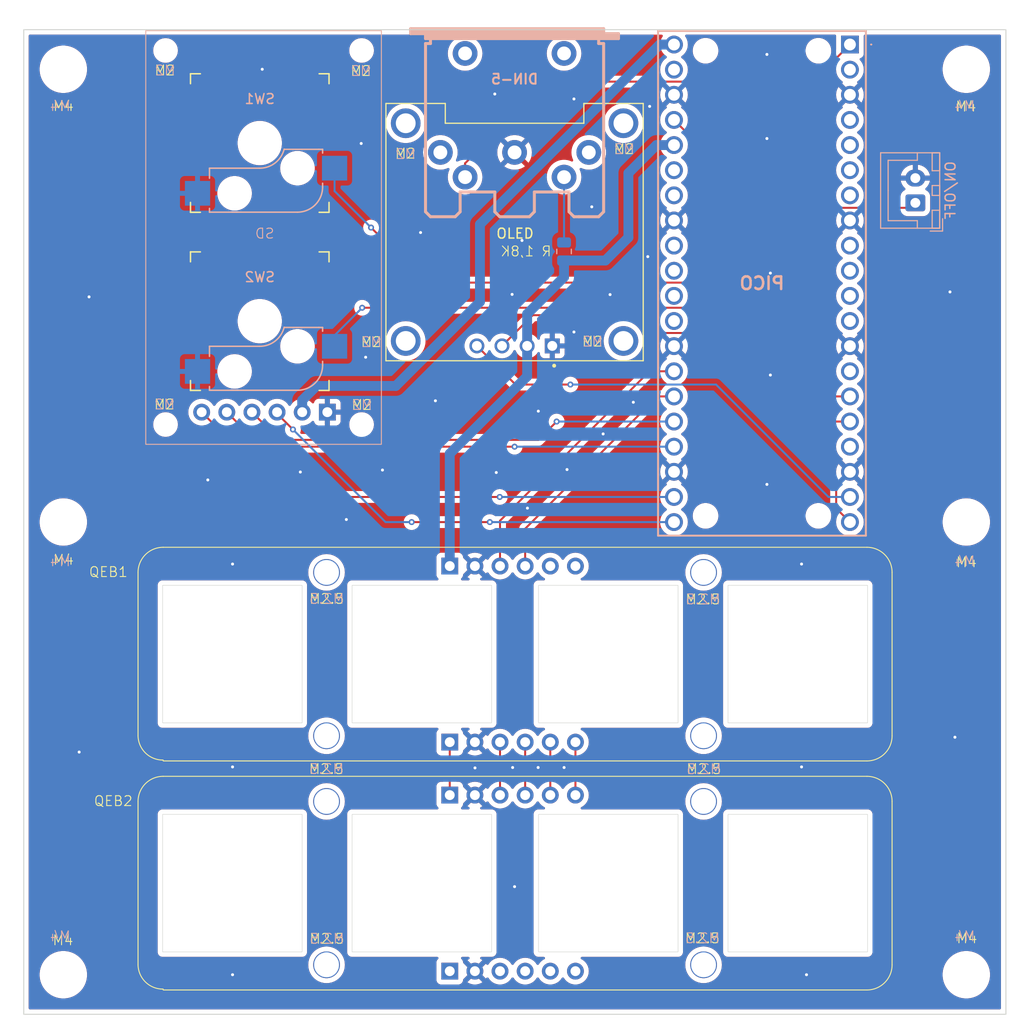
<source format=kicad_pcb>
(kicad_pcb (version 20240108) (generator "pcbnew") (generator_version "8.0")
  (layers (0 "F.Cu" signal) (31 "B.Cu" signal) (34 "B.Paste" user) (35 "F.Paste" user) (36 "B.SilkS" user "B.Silkscreen") (37 "F.SilkS" user "F.Silkscreen") (38 "B.Mask" user) (39 "F.Mask" user) (44 "Edge.Cuts" user))
  (net 0 "")
  (net 1 "GND")
  (net 2 "SCK_SD")
  (net 3 "MOSI_SD")
  (net 4 "MISO_SD")
  (net 5 "CS_SD")
  (net 6 "3.3V")
  (net 7 "SCL_OLED")
  (net 8 "SW_1")
  (net 9 "GP_PULLUP")
  (net 10 "SDA_OLED")
  (net 11 "5V")
  (net 12 "SW_2")
  (net 13 "Net-(J6-Pad4)")
  (net 14 "SDA_QEB")
  (net 15 "SCL_QEB")
  (net 16 "3.3_EN")
  (net 37 "Net-(QEB1-INT-Pad5a)")
  (net 38 "Net-(QEB1-i2c_SCK{slash}SCL-Pad3a)")
  (net 40 "Net-(QEB1-i2c_SDA-Pad4a)")
  (net 42 "Net-(QEB1-POWER-Pad1a)")
  (net 43 "Net-(QEB1-6-Pad6a)")
  (footprint "MountingHole:MountingHole_4.3mm_M4" (layer "F.Cu") (at 179.65 63)
    (property "Reference" "M2" (hide yes))
    (property "Value" "MountingHole" (hide yes))
    (pad "" np_thru_hole circle (at 0 0) (size 4.3 4.3) (drill 4.3) (layers "*.Cu" "*.Mask"))
  )
  (footprint "quad_rotary_encoder_board:quad_rotary_encoder_board" (layer "F.Cu") (at 95.95 111.305)
    (property "Reference" "QEB1" (at -3 2.5 0) (layer "F.SilkS") (effects (font (thickness 0.1))))
    (property "Value" "~" (hide yes))
    (fp_line (start 0 2.54) (end 0 19.05) (stroke (width 0.1)) (layer "F.SilkS"))
    (fp_line (start 2.54 21.59) (end 73.66 21.59) (stroke (width 0.1)) (layer "F.SilkS"))
    (fp_line (start 73.66 0) (end 2.54 0) (stroke (width 0.1)) (layer "F.SilkS"))
    (fp_line (start 76.2 2.54) (end 76.2 19.05) (stroke (width 0.1)) (layer "F.SilkS"))
    (fp_arc (start 0 2.54) (mid 0.743949 0.743949) (end 2.54 0) (stroke (width 0.1)) (layer "F.SilkS"))
    (fp_arc (start 2.538613 21.500201) (mid 0.763487 20.799172) (end 0.000001 19.05) (stroke (width 0.1)) (layer "F.SilkS"))
    (fp_arc (start 73.66 0) (mid 75.456051 0.743949) (end 76.2 2.54) (stroke (width 0.1)) (layer "F.SilkS"))
    (fp_arc (start 76.2 19.05) (mid 75.456051 20.846051) (end 73.66 21.59) (stroke (width 0.1)) (layer "F.SilkS"))
    (pad "" np_thru_hole circle (at 19.05 2.54) (size 2.7 2.7) (drill 2.5) (layers "F&B.Cu" "*.Mask"))
    (pad "" np_thru_hole circle (at 19.05 19.05) (size 2.7 2.7) (drill 2.5) (layers "F&B.Cu" "*.Mask"))
    (pad "" np_thru_hole circle (at 57.15 2.54) (size 2.7 2.7) (drill 2.5) (layers "F&B.Cu" "*.Mask"))
    (pad "" np_thru_hole circle (at 57.15 19.05) (size 2.7 2.7) (drill 2.5) (layers "F&B.Cu" "*.Mask"))
    (pad "1a" thru_hole rect (at 31.5 19.69) (size 1.7 1.7) (drill 1) (layers "*.Cu" "*.Mask") (net 42 "Net-(QEB1-POWER-Pad1a)"))
    (pad "1b" thru_hole rect (at 31.5 1.9) (size 1.7 1.7) (drill 1) (layers "*.Cu" "*.Mask") (net 6 "3.3V"))
    (pad "2a" thru_hole circle (at 34.04 19.69) (size 1.7 1.7) (drill 1) (layers "*.Cu" "*.Mask") (net 1 "GND"))
    (pad "2b" thru_hole circle (at 34.04 1.9) (size 1.7 1.7) (drill 1) (layers "*.Cu" "*.Mask") (net 1 "GND"))
    (pad "3a" thru_hole circle (at 36.58 19.69) (size 1.7 1.7) (drill 1) (layers "*.Cu" "*.Mask") (net 38 "Net-(QEB1-i2c_SCK{slash}SCL-Pad3a)"))
    (pad "3b" thru_hole circle (at 36.58 1.9) (size 1.7 1.7) (drill 1) (layers "*.Cu" "*.Mask") (net 15 "SCL_QEB"))
    (pad "4a" thru_hole circle (at 39.12 19.69) (size 1.7 1.7) (drill 1) (layers "*.Cu" "*.Mask") (net 40 "Net-(QEB1-i2c_SDA-Pad4a)"))
    (pad "4b" thru_hole circle (at 39.12 1.9) (size 1.7 1.7) (drill 1) (layers "*.Cu" "*.Mask") (net 14 "SDA_QEB"))
    (pad "5a" thru_hole circle (at 41.66 19.69) (size 1.7 1.7) (drill 1) (layers "*.Cu" "*.Mask") (net 37 "Net-(QEB1-INT-Pad5a)"))
    (pad "5b" thru_hole circle (at 41.66 1.9) (size 1.7 1.7) (drill 1) (layers "*.Cu" "*.Mask"))
    (pad "6a" thru_hole circle (at 44.2 19.69) (size 1.7 1.7) (drill 1) (layers "*.Cu" "*.Mask") (net 43 "Net-(QEB1-6-Pad6a)"))
    (pad "6b" thru_hole circle (at 44.2 1.9) (size 1.7 1.7) (drill 1) (layers "*.Cu" "*.Mask"))
  )
  (footprint "MountingHole:MountingHole_4.3mm_M4" (layer "F.Cu") (at 179.65 108.75)
    (property "Reference" "H6" (hide yes))
    (property "Value" "MountingHole" (hide yes))
    (pad "" np_thru_hole circle (at 0 0) (size 4.3 4.3) (drill 4.3) (layers "*.Cu" "*.Mask"))
  )
  (footprint "Kailh_socket:Kailh_socket_MX_platemount" (layer "F.Cu") (at 108.25 88.455 180)
    (property "Reference" "SW2" (at 0 4.455 180) (layer "B.SilkS") (effects (justify mirror)))
    (property "Value" "~" (hide yes))
    (fp_line (start 5.08 -2.54) (end 0 -2.54) (stroke (width 0.15)) (layer "B.SilkS"))
    (fp_line (start 5.08 -3.556) (end 5.08 -2.54) (stroke (width 0.15)) (layer "B.SilkS"))
    (fp_line (start 5.08 -6.985) (end 5.08 -6.604) (stroke (width 0.15)) (layer "B.SilkS"))
    (fp_line (start -2.464162 -0.635) (end -5.969 -0.635) (stroke (width 0.15)) (layer "B.SilkS"))
    (fp_line (start -3.81 -6.985) (end 5.08 -6.985) (stroke (width 0.15)) (layer "B.SilkS"))
    (fp_line (start -5.969 -0.635) (end -6.35 -0.635) (stroke (width 0.15)) (layer "B.SilkS"))
    (fp_line (start -6.35 -1.016) (end -6.35 -0.635) (stroke (width 0.15)) (layer "B.SilkS"))
    (fp_line (start -6.35 -4.445) (end -6.35 -4.064) (stroke (width 0.15)) (layer "B.SilkS"))
    (fp_arc (start -2.464162 -0.61604) (mid -1.563147 -2.002042) (end 0 -2.54) (stroke (width 0.15)) (layer "B.SilkS"))
    (fp_arc (start -6.35 -4.445) (mid -5.606051 -6.241051) (end -3.81 -6.985) (stroke (width 0.15)) (layer "B.SilkS"))
    (fp_line (start 7 6) (end 7 7) (stroke (width 0.15)) (layer "F.SilkS"))
    (fp_line (start 7 -7) (end 7 -6) (stroke (width 0.15)) (layer "F.SilkS"))
    (fp_line (start 7 -7) (end 6 -7) (stroke (width 0.15)) (layer "F.SilkS"))
    (fp_line (start 6 7) (end 7 7) (stroke (width 0.15)) (layer "F.SilkS"))
    (fp_line (start -6 -7) (end -7 -7) (stroke (width 0.15)) (layer "F.SilkS"))
    (fp_line (start -7 7) (end -6 7) (stroke (width 0.15)) (layer "F.SilkS"))
    (fp_line (start -7 7) (end -7 6) (stroke (width 0.15)) (layer "F.SilkS"))
    (fp_line (start -7 -6) (end -7 -7) (stroke (width 0.15)) (layer "F.SilkS"))
    (pad "" np_thru_hole circle (at -3.81 -2.54 180) (size 3 3) (drill 3) (layers "*.Cu" "*.Mask"))
    (pad "" np_thru_hole circle (at 0 0 180) (size 3.9878 3.9878) (drill 3.9878) (layers "*.Cu" "*.Mask"))
    (pad "" np_thru_hole circle (at 2.54 -5.08 180) (size 3 3) (drill 3) (layers "*.Cu" "*.Mask"))
    (pad "1" smd rect (at -7.56 -2.54 180) (size 2.55 2.5) (layers "B.Cu" "B.Paste" "B.Mask") (net 12 "SW_2"))
    (pad "2" smd rect (at 6.29 -5.08 180) (size 2.55 2.5) (layers "B.Cu" "B.Paste" "B.Mask") (net 1 "GND"))
  )
  (footprint "OLED:OLED_SSD1306" (layer "F.Cu") (at 134 79.455 180)
    (property "Reference" "OLED" (at -0.05 -0.145 180) (layer "F.SilkS"))
    (property "Value" "OLED")
    (fp_line (start 13 13) (end 7 13) (stroke (width 0.127)) (layer "F.SilkS"))
    (fp_line (start 13 -13) (end 13 13) (stroke (width 0.127)) (layer "F.SilkS"))
    (fp_line (start 7 13) (end 7 11) (stroke (width 0.127)) (layer "F.SilkS"))
    (fp_line (start 7 11) (end -7 11) (stroke (width 0.127)) (layer "F.SilkS"))
    (fp_line (start -7 13) (end -13 13) (stroke (width 0.127)) (layer "F.SilkS"))
    (fp_line (start -7 11) (end -7 13) (stroke (width 0.127)) (layer "F.SilkS"))
    (fp_line (start -13 13) (end -13 -13) (stroke (width 0.127)) (layer "F.SilkS"))
    (fp_line (start -13 -13) (end 13 -13) (stroke (width 0.127)) (layer "F.SilkS"))
    (fp_circle (center -4 -13.5) (end -3.9 -13.5) (stroke (width 0.2)) (fill none) (layer "F.SilkS"))
    (pad "1" thru_hole rect (at -3.81 -11.5 180) (size 1.508 1.508) (drill 1) (layers "*.Cu" "*.Mask") (net 1 "GND"))
    (pad "2" thru_hole circle (at -1.27 -11.5 180) (size 1.508 1.508) (drill 1) (layers "*.Cu" "*.Mask") (net 6 "3.3V"))
    (pad "3" thru_hole circle (at 1.27 -11.5 180) (size 1.508 1.508) (drill 1) (layers "*.Cu" "*.Mask") (net 7 "SCL_OLED"))
    (pad "4" thru_hole circle (at 3.81 -11.5 180) (size 1.508 1.508) (drill 1) (layers "*.Cu" "*.Mask") (net 10 "SDA_OLED"))
    (pad "S1" thru_hole circle (at -11 -11 180) (size 3 3) (drill 2) (layers "*.Cu" "*.Mask"))
    (pad "S2" thru_hole circle (at 11 -11 180) (size 3 3) (drill 2) (layers "*.Cu" "*.Mask"))
    (pad "S3" thru_hole circle (at 11 11 180) (size 3 3) (drill 2) (layers "*.Cu" "*.Mask"))
    (pad "S4" thru_hole circle (at -11 11 180) (size 3 3) (drill 2) (layers "*.Cu" "*.Mask"))
  )
  (footprint "quad_rotary_encoder_board:quad_rotary_encoder_board" (layer "F.Cu") (at 95.95 134.45)
    (property "Reference" "QEB2" (at -2.5 2.5 0) (layer "F.SilkS") (effects (font (thickness 0.1))))
    (property "Value" "~" (hide yes))
    (fp_line (start 0 2.54) (end 0 19.05) (stroke (width 0.1)) (layer "F.SilkS"))
    (fp_line (start 2.54 21.59) (end 73.66 21.59) (stroke (width 0.1)) (layer "F.SilkS"))
    (fp_line (start 73.66 0) (end 2.54 0) (stroke (width 0.1)) (layer "F.SilkS"))
    (fp_line (start 76.2 2.54) (end 76.2 19.05) (stroke (width 0.1)) (layer "F.SilkS"))
    (fp_arc (start 0 2.54) (mid 0.743949 0.743949) (end 2.54 0) (stroke (width 0.1)) (layer "F.SilkS"))
    (fp_arc (start 2.538613 21.500201) (mid 0.763487 20.799172) (end 0.000001 19.05) (stroke (width 0.1)) (layer "F.SilkS"))
    (fp_arc (start 73.66 0) (mid 75.456051 0.743949) (end 76.2 2.54) (stroke (width 0.1)) (layer "F.SilkS"))
    (fp_arc (start 76.2 19.05) (mid 75.456051 20.846051) (end 73.66 21.59) (stroke (width 0.1)) (layer "F.SilkS"))
    (pad "" np_thru_hole circle (at 19.05 2.54) (size 2.7 2.7) (drill 2.5) (layers "F&B.Cu" "*.Mask"))
    (pad "" np_thru_hole circle (at 19.05 19.05) (size 2.7 2.7) (drill 2.5) (layers "F&B.Cu" "*.Mask"))
    (pad "" np_thru_hole circle (at 57.15 2.54) (size 2.7 2.7) (drill 2.5) (layers "F&B.Cu" "*.Mask"))
    (pad "" np_thru_hole circle (at 57.15 19.05) (size 2.7 2.7) (drill 2.5) (layers "F&B.Cu" "*.Mask"))
    (pad "1a" thru_hole rect (at 31.5 19.69) (size 1.7 1.7) (drill 1) (layers "*.Cu" "*.Mask"))
    (pad "1b" thru_hole rect (at 31.5 1.9) (size 1.7 1.7) (drill 1) (layers "*.Cu" "*.Mask") (net 42 "Net-(QEB1-POWER-Pad1a)"))
    (pad "2a" thru_hole circle (at 34.04 19.69) (size 1.7 1.7) (drill 1) (layers "*.Cu" "*.Mask") (net 1 "GND"))
    (pad "2b" thru_hole circle (at 34.04 1.9) (size 1.7 1.7) (drill 1) (layers "*.Cu" "*.Mask") (net 1 "GND"))
    (pad "3a" thru_hole circle (at 36.58 19.69) (size 1.7 1.7) (drill 1) (layers "*.Cu" "*.Mask"))
    (pad "3b" thru_hole circle (at 36.58 1.9) (size 1.7 1.7) (drill 1) (layers "*.Cu" "*.Mask") (net 38 "Net-(QEB1-i2c_SCK{slash}SCL-Pad3a)"))
    (pad "4a" thru_hole circle (at 39.12 19.69) (size 1.7 1.7) (drill 1) (layers "*.Cu" "*.Mask"))
    (pad "4b" thru_hole circle (at 39.12 1.9) (size 1.7 1.7) (drill 1) (layers "*.Cu" "*.Mask") (net 40 "Net-(QEB1-i2c_SDA-Pad4a)"))
    (pad "5a" thru_hole circle (at 41.66 19.69) (size 1.7 1.7) (drill 1) (layers "*.Cu" "*.Mask"))
    (pad "5b" thru_hole circle (at 41.66 1.9) (size 1.7 1.7) (drill 1) (layers "*.Cu" "*.Mask") (net 37 "Net-(QEB1-INT-Pad5a)"))
    (pad "6a" thru_hole circle (at 44.2 19.69) (size 1.7 1.7) (drill 1) (layers "*.Cu" "*.Mask"))
    (pad "6b" thru_hole circle (at 44.2 1.9) (size 1.7 1.7) (drill 1) (layers "*.Cu" "*.Mask") (net 43 "Net-(QEB1-6-Pad6a)"))
  )
  (footprint "Kailh_socket:Kailh_socket_MX_platemount" (layer "F.Cu") (at 108.25 70.455 180)
    (property "Reference" "SW1" (at 0 4.455 180) (layer "B.SilkS") (effects (justify mirror)))
    (property "Value" "~" (hide yes))
    (fp_line (start 5.08 -2.54) (end 0 -2.54) (stroke (width 0.15)) (layer "B.SilkS"))
    (fp_line (start 5.08 -3.556) (end 5.08 -2.54) (stroke (width 0.15)) (layer "B.SilkS"))
    (fp_line (start 5.08 -6.985) (end 5.08 -6.604) (stroke (width 0.15)) (layer "B.SilkS"))
    (fp_line (start -2.464162 -0.635) (end -5.969 -0.635) (stroke (width 0.15)) (layer "B.SilkS"))
    (fp_line (start -3.81 -6.985) (end 5.08 -6.985) (stroke (width 0.15)) (layer "B.SilkS"))
    (fp_line (start -5.969 -0.635) (end -6.35 -0.635) (stroke (width 0.15)) (layer "B.SilkS"))
    (fp_line (start -6.35 -1.016) (end -6.35 -0.635) (stroke (width 0.15)) (layer "B.SilkS"))
    (fp_line (start -6.35 -4.445) (end -6.35 -4.064) (stroke (width 0.15)) (layer "B.SilkS"))
    (fp_arc (start -2.464162 -0.61604) (mid -1.563147 -2.002042) (end 0 -2.54) (stroke (width 0.15)) (layer "B.SilkS"))
    (fp_arc (start -6.35 -4.445) (mid -5.606051 -6.241051) (end -3.81 -6.985) (stroke (width 0.15)) (layer "B.SilkS"))
    (fp_line (start 7 6) (end 7 7) (stroke (width 0.15)) (layer "F.SilkS"))
    (fp_line (start 7 -7) (end 7 -6) (stroke (width 0.15)) (layer "F.SilkS"))
    (fp_line (start 7 -7) (end 6 -7) (stroke (width 0.15)) (layer "F.SilkS"))
    (fp_line (start 6 7) (end 7 7) (stroke (width 0.15)) (layer "F.SilkS"))
    (fp_line (start -6 -7) (end -7 -7) (stroke (width 0.15)) (layer "F.SilkS"))
    (fp_line (start -7 7) (end -6 7) (stroke (width 0.15)) (layer "F.SilkS"))
    (fp_line (start -7 7) (end -7 6) (stroke (width 0.15)) (layer "F.SilkS"))
    (fp_line (start -7 -6) (end -7 -7) (stroke (width 0.15)) (layer "F.SilkS"))
    (pad "" np_thru_hole circle (at -3.81 -2.54 180) (size 3 3) (drill 3) (layers "*.Cu" "*.Mask"))
    (pad "" np_thru_hole circle (at 0 0 180) (size 3.9878 3.9878) (drill 3.9878) (layers "*.Cu" "*.Mask"))
    (pad "" np_thru_hole circle (at 2.54 -5.08 180) (size 3 3) (drill 3) (layers "*.Cu" "*.Mask"))
    (pad "1" smd rect (at -7.56 -2.54 180) (size 2.55 2.5) (layers "B.Cu" "B.Paste" "B.Mask") (net 8 "SW_1"))
    (pad "2" smd rect (at 6.29 -5.08 180) (size 2.55 2.5) (layers "B.Cu" "B.Paste" "B.Mask") (net 1 "GND"))
  )
  (footprint "MountingHole:MountingHole_4.3mm_M4" (layer "F.Cu") (at 179.65 154.5)
    (property "Reference" "H4" (hide yes))
    (property "Value" "MountingHole" (hide yes))
    (pad "" np_thru_hole circle (at 0 0) (size 4.3 4.3) (drill 4.3) (layers "*.Cu" "*.Mask"))
  )
  (footprint "MountingHole:MountingHole_4.3mm_M4" (layer "F.Cu") (at 88.4 154.5)
    (property "Reference" "H3" (hide yes))
    (property "Value" "MountingHole" (hide yes))
    (pad "" np_thru_hole circle (at 0 0) (size 4.3 4.3) (drill 4.3) (layers "*.Cu" "*.Mask"))
  )
  (footprint "MountingHole:MountingHole_4.3mm_M4" (layer "F.Cu") (at 88.4 108.75)
    (property "Reference" "H5" (hide yes))
    (property "Value" "MountingHole" (hide yes))
    (pad "" np_thru_hole circle (at 0 0) (size 4.3 4.3) (drill 4.3) (layers "*.Cu" "*.Mask"))
  )
  (footprint "MountingHole:MountingHole_4.3mm_M4" (layer "F.Cu") (at 88.4 63)
    (property "Reference" "H1" (hide yes))
    (property "Value" "MountingHole" (hide yes))
    (pad "" np_thru_hole circle (at 0 0) (size 4.3 4.3) (drill 4.3) (layers "*.Cu" "*.Mask"))
  )
  (footprint "din 5:DIN-5" (layer "B.Cu") (at 134 68.4)
    (property "Reference" "J6" (hide yes))
    (property "Value" "DIN-5" (at 0 -4.4 0) (layer "B.SilkS") (effects (font (thickness 0.2) (bold yes)) (justify mirror)))
    (fp_line (start -10.50036 -9.4996) (end 8.99922 -9.4996) (stroke (width 0.3048)) (layer "B.SilkS"))
    (fp_line (start -10.50036 -8.99922) (end -10.50036 -9.4996) (stroke (width 0.3048)) (layer "B.SilkS"))
    (fp_line (start -8.99922 -8.99922) (end -10.50036 -8.99922) (stroke (width 0.3048)) (layer "B.SilkS"))
    (fp_line (start -8.99922 -8.99922) (end 8.99922 -8.99922) (stroke (width 0.3048)) (layer "B.SilkS"))
    (fp_line (start -8.99922 -8.49884) (end -8.99922 -8.99922) (stroke (width 0.3048)) (layer "B.SilkS"))
    (fp_line (start -8.99922 -8.001) (end -8.99922 8.99922) (stroke (width 0.3048)) (layer "B.SilkS"))
    (fp_line (start -8.49884 -8.49884) (end -8.49884 -8.001) (stroke (width 0.3048)) (layer "B.SilkS"))
    (fp_line (start -8.49884 -8.001) (end -8.99922 -8.001) (stroke (width 0.3048)) (layer "B.SilkS"))
    (fp_line (start -8.49884 9.4996) (end -8.99922 8.99922) (stroke (width 0.3048)) (layer "B.SilkS"))
    (fp_line (start -5.99948 9.4996) (end -8.49884 9.4996) (stroke (width 0.3048)) (layer "B.SilkS"))
    (fp_line (start -5.4991 7.00024) (end -5.4991 8.99922) (stroke (width 0.3048)) (layer "B.SilkS"))
    (fp_line (start -5.4991 8.99922) (end -5.99948 9.4996) (stroke (width 0.3048)) (layer "B.SilkS"))
    (fp_line (start -1.99898 7.00024) (end -5.4991 7.00024) (stroke (width 0.3048)) (layer "B.SilkS"))
    (fp_line (start -1.99898 7.00024) (end -1.99898 8.99922) (stroke (width 0.3048)) (layer "B.SilkS"))
    (fp_line (start -1.99898 8.99922) (end -1.50114 9.4996) (stroke (width 0.3048)) (layer "B.SilkS"))
    (fp_line (start 1.50114 9.4996) (end -1.50114 9.4996) (stroke (width 0.3048)) (layer "B.SilkS"))
    (fp_line (start 1.99898 7.00024) (end 1.99898 8.99922) (stroke (width 0.3048)) (layer "B.SilkS"))
    (fp_line (start 1.99898 7.00024) (end 5.4991 7.00024) (stroke (width 0.3048)) (layer "B.SilkS"))
    (fp_line (start 1.99898 8.99922) (end 1.50114 9.4996) (stroke (width 0.3048)) (layer "B.SilkS"))
    (fp_line (start 5.4991 7.00024) (end 5.4991 8.99922) (stroke (width 0.3048)) (layer "B.SilkS"))
    (fp_line (start 5.4991 8.99922) (end 5.99948 9.4996) (stroke (width 0.3048)) (layer "B.SilkS"))
    (fp_line (start 5.99948 9.4996) (end 6.49986 9.4996) (stroke (width 0.3048)) (layer "B.SilkS"))
    (fp_line (start 6.49986 9.4996) (end 8.49884 9.4996) (stroke (width 0.3048)) (layer "B.SilkS"))
    (fp_line (start 8.49884 -8.001) (end 8.49884 -8.49884) (stroke (width 0.3048)) (layer "B.SilkS"))
    (fp_line (start 8.49884 -8.001) (end 8.99922 -8.001) (stroke (width 0.3048)) (layer "B.SilkS"))
    (fp_line (start 8.49884 9.4996) (end 8.99922 8.99922) (stroke (width 0.3048)) (layer "B.SilkS"))
    (fp_line (start 8.99922 -9.4996) (end 8.99922 -8.99922) (stroke (width 0.3048)) (layer "B.SilkS"))
    (fp_line (start 8.99922 -9.25068) (end -10.50036 -9.25068) (stroke (width 0.3048)) (layer "B.SilkS"))
    (fp_line (start 8.99922 -8.99922) (end 10.50036 -8.99922) (stroke (width 0.3048)) (layer "B.SilkS"))
    (fp_line (start 8.99922 -8.001) (end 8.99922 8.99922) (stroke (width 0.3048)) (layer "B.SilkS"))
    (fp_line (start 10.50036 -8.99922) (end 10.50036 -8.49884) (stroke (width 0.3048)) (layer "B.SilkS"))
    (fp_line (start 10.50036 -8.7503) (end -8.99922 -8.7503) (stroke (width 0.3048)) (layer "B.SilkS"))
    (fp_line (start 10.50036 -8.49884) (end -8.99922 -8.49884) (stroke (width 0.3048)) (layer "B.SilkS"))
    (pad "1" thru_hole circle (at 7.5 3) (size 2.5 2.5) (drill 1.4) (layers "*.Cu" "*.Mask"))
    (pad "2" thru_hole circle (at 0 3) (size 2.5 2.5) (drill 1.4) (layers "*.Cu" "*.Mask") (net 1 "GND"))
    (pad "3" thru_hole circle (at -7.5 3) (size 2.5 2.5) (drill 1.4) (layers "*.Cu" "*.Mask"))
    (pad "4" thru_hole circle (at 5 5.5) (size 2.5 2.5) (drill 1.4) (layers "*.Cu" "*.Mask") (net 13 "Net-(J6-Pad4)"))
    (pad "5" thru_hole circle (at -5 5.5) (size 2.5 2.5) (drill 1.4) (layers "*.Cu" "*.Mask") (net 9 "GP_PULLUP"))
    (pad "6" thru_hole circle (at -5 -7) (size 2.5 2.5) (drill 1.4) (layers "*.Cu" "*.Mask"))
    (pad "6" thru_hole circle (at 5 -7) (size 2.5 2.5) (drill 1.4) (layers "*.Cu" "*.Mask"))
  )
  (footprint "PICO:RASPBERRYPIPICOWH" (layer "B.Cu") (at 167.89 60.5 180)
    (property "Reference" "PICO" (at 8.89 -24.13 180) (layer "B.SilkS") (effects (font (size 1.27 1.27) (thickness 0.254)) (justify mirror)))
    (property "Value" "RASPBERRY_PI_PICO_WH" (hide yes))
    (fp_line (start 19.39 1.37) (end -1.61 1.37) (stroke (width 0.2)) (layer "B.SilkS"))
    (fp_line (start 19.39 -49.63) (end 19.39 1.37) (stroke (width 0.2)) (layer "B.SilkS"))
    (fp_line (start -1.61 1.37) (end -1.61 -49.63) (stroke (width 0.2)) (layer "B.SilkS"))
    (fp_line (start -1.61 -49.63) (end 19.39 -49.63) (stroke (width 0.2)) (layer "B.SilkS"))
    (fp_line (start -2.1 0) (end -2.1 0) (stroke (width 0.1)) (layer "B.SilkS"))
    (fp_line (start -2.2 0) (end -2.2 0) (stroke (width 0.1)) (layer "B.SilkS"))
    (fp_arc (start -2.1 0) (mid -2.15 0.05) (end -2.2 0) (stroke (width 0.1)) (layer "B.SilkS"))
    (fp_arc (start -2.2 0) (mid -2.15 -0.05) (end -2.1 0) (stroke (width 0.1)) (layer "B.SilkS"))
    (pad "" np_thru_hole circle (at 3.19 -47.63 180) (size 2.1 2.1) (drill 2.1) (layers "*.Cu" "*.Mask"))
    (pad "" np_thru_hole circle (at 3.19 -0.63 180) (size 2.1 2.1) (drill 2.1) (layers "*.Cu" "*.Mask"))
    (pad "" np_thru_hole circle (at 14.59 -47.63 180) (size 2.1 2.1) (drill 2.1) (layers "*.Cu" "*.Mask"))
    (pad "" np_thru_hole circle (at 14.59 -0.63 180) (size 2.1 2.1) (drill 2.1) (layers "*.Cu" "*.Mask"))
    (pad "1" thru_hole rect (at 0 0 180) (size 1.8 1.8) (drill 1.2) (layers "*.Cu" "*.Mask") (net 9 "GP_PULLUP"))
    (pad "2" thru_hole circle (at 0 -2.54 180) (size 1.8 1.8) (drill 1.2) (layers "*.Cu" "*.Mask"))
    (pad "3" thru_hole circle (at 0 -5.08 180) (size 1.8 1.8) (drill 1.2) (layers "*.Cu" "*.Mask") (net 1 "GND"))
    (pad "4" thru_hole circle (at 0 -7.62 180) (size 1.8 1.8) (drill 1.2) (layers "*.Cu" "*.Mask"))
    (pad "5" thru_hole circle (at 0 -10.16 180) (size 1.8 1.8) (drill 1.2) (layers "*.Cu" "*.Mask"))
    (pad "6" thru_hole circle (at 0 -12.7 180) (size 1.8 1.8) (drill 1.2) (layers "*.Cu" "*.Mask"))
    (pad "7" thru_hole circle (at 0 -15.24 180) (size 1.8 1.8) (drill 1.2) (layers "*.Cu" "*.Mask"))
    (pad "8" thru_hole circle (at 0 -17.78 180) (size 1.8 1.8) (drill 1.2) (layers "*.Cu" "*.Mask") (net 1 "GND"))
    (pad "9" thru_hole circle (at 0 -20.32 180) (size 1.8 1.8) (drill 1.2) (layers "*.Cu" "*.Mask"))
    (pad "10" thru_hole circle (at 0 -22.86 180) (size 1.8 1.8) (drill 1.2) (layers "*.Cu" "*.Mask"))
    (pad "11" thru_hole circle (at 0 -25.4 180) (size 1.8 1.8) (drill 1.2) (layers "*.Cu" "*.Mask"))
    (pad "12" thru_hole circle (at 0 -27.94 180) (size 1.8 1.8) (drill 1.2) (layers "*.Cu" "*.Mask"))
    (pad "13" thru_hole circle (at 0 -30.48 180) (size 1.8 1.8) (drill 1.2) (layers "*.Cu" "*.Mask") (net 1 "GND"))
    (pad "14" thru_hole circle (at 0 -33.02 180) (size 1.8 1.8) (drill 1.2) (layers "*.Cu" "*.Mask"))
    (pad "15" thru_hole circle (at 0 -35.56 180) (size 1.8 1.8) (drill 1.2) (layers "*.Cu" "*.Mask") (net 8 "SW_1"))
    (pad "16" thru_hole circle (at 0 -38.1 180) (size 1.8 1.8) (drill 1.2) (layers "*.Cu" "*.Mask") (net 12 "SW_2"))
    (pad "17" thru_hole circle (at 0 -40.64 180) (size 1.8 1.8) (drill 1.2) (layers "*.Cu" "*.Mask"))
    (pad "18" thru_hole circle (at 0 -43.18 180) (size 1.8 1.8) (drill 1.2) (layers "*.Cu" "*.Mask") (net 1 "GND"))
    (pad "19" thru_hole circle (at 0 -45.72 180) (size 1.8 1.8) (drill 1.2) (layers "*.Cu" "*.Mask") (net 10 "SDA_OLED"))
    (pad "20" thru_hole circle (at 0 -48.26 180) (size 1.8 1.8) (drill 1.2) (layers "*.Cu" "*.Mask") (net 7 "SCL_OLED"))
    (pad "21" thru_hole circle (at 17.78 -48.26 180) (size 1.8 1.8) (drill 1.2) (layers "*.Cu" "*.Mask") (net 4 "MISO_SD"))
    (pad "22" thru_hole circle (at 17.78 -45.72 180) (size 1.8 1.8) (drill 1.2) (layers "*.Cu" "*.Mask") (net 5 "CS_SD"))
    (pad "23" thru_hole circle (at 17.78 -43.18 180) (size 1.8 1.8) (drill 1.2) (layers "*.Cu" "*.Mask") (net 1 "GND"))
    (pad "24" thru_hole circle (at 17.78 -40.64 180) (size 1.8 1.8) (drill 1.2) (layers "*.Cu" "*.Mask") (net 2 "SCK_SD"))
    (pad "25" thru_hole circle (at 17.78 -38.1 180) (size 1.8 1.8) (drill 1.2) (layers "*.Cu" "*.Mask") (net 3 "MOSI_SD"))
    (pad "26" thru_hole circle (at 17.78 -35.56 180) (size 1.8 1.8) (drill 1.2) (layers "*.Cu" "*.Mask") (net 14 "SDA_QEB"))
    (pad "27" thru_hole circle (at 17.78 -33.02 180) (size 1.8 1.8) (drill 1.2) (layers "*.Cu" "*.Mask") (net 15 "SCL_QEB"))
    (pad "28" thru_hole circle (at 17.78 -30.48 180) (size 1.8 1.8) (drill 1.2) (layers "*.Cu" "*.Mask") (net 1 "GND"))
    (pad "29" thru_hole circle (at 17.78 -27.94 180) (size 1.8 1.8) (drill 1.2) (layers "*.Cu" "*.Mask"))
    (pad "30" thru_hole circle (at 17.78 -25.4 180) (size 1.8 1.8) (drill 1.2) (layers "*.Cu" "*.Mask"))
    (pad "31" thru_hole circle (at 17.78 -22.86 180) (size 1.8 1.8) (drill 1.2) (layers "*.Cu" "*.Mask"))
    (pad "32" thru_hole circle (at 17.78 -20.32 180) (size 1.8 1.8) (drill 1.2) (layers "*.Cu" "*.Mask"))
    (pad "33" thru_hole circle (at 17.78 -17.78 180) (size 1.8 1.8) (drill 1.2) (layers "*.Cu" "*.Mask") (net 1 "GND"))
    (pad "34" thru_hole circle (at 17.78 -15.24 180) (size 1.8 1.8) (drill 1.2) (layers "*.Cu" "*.Mask"))
    (pad "35" thru_hole circle (at 17.78 -12.7 180) (size 1.8 1.8) (drill 1.2) (layers "*.Cu" "*.Mask"))
    (pad "36" thru_hole circle (at 17.78 -10.16 180) (size 1.8 1.8) (drill 1.2) (layers "*.Cu" "*.Mask") (net 6 "3.3V"))
    (pad "37" thru_hole circle (at 17.78 -7.62 180) (size 1.8 1.8) (drill 1.2) (layers "*.Cu" "*.Mask") (net 16 "3.3_EN"))
    (pad "38" thru_hole circle (at 17.78 -5.08 180) (size 1.8 1.8) (drill 1.2) (layers "*.Cu" "*.Mask") (net 1 "GND"))
    (pad "39" thru_hole circle (at 17.78 -2.54 180) (size 1.8 1.8) (drill 1.2) (layers "*.Cu" "*.Mask"))
    (pad "40" thru_hole circle (at 17.78 0 180) (size 1.8 1.8) (drill 1.2) (layers "*.Cu" "*.Mask") (net 11 "5V"))
  )
  (footprint "Connector_JST:JST_XH_B2B-XH-A_1x02_P2.50mm_Vertical" (layer "B.Cu") (at 174.5 76.5 90)
    (property "Reference" "ON/OFF" (at 1.25 3.55 -90) (layer "B.SilkS") (effects (justify mirror)))
    (property "Value" "ON_OFF" (hide yes))
    (fp_line (start 5.06 -3.51) (end -2.56 -3.51) (stroke (width 0.12)) (layer "B.SilkS"))
    (fp_line (start -2.56 -3.51) (end -2.56 2.46) (stroke (width 0.12)) (layer "B.SilkS"))
    (fp_line (start 4.3 -2.75) (end 4.3 0.2) (stroke (width 0.12)) (layer "B.SilkS"))
    (fp_line (start 1.25 -2.75) (end 4.3 -2.75) (stroke (width 0.12)) (layer "B.SilkS"))
    (fp_line (start 1.25 -2.75) (end -1.8 -2.75) (stroke (width 0.12)) (layer "B.SilkS"))
    (fp_line (start -1.8 -2.75) (end -1.8 0.2) (stroke (width 0.12)) (layer "B.SilkS"))
    (fp_line (start 4.3 0.2) (end 5.05 0.2) (stroke (width 0.12)) (layer "B.SilkS"))
    (fp_line (start -1.8 0.2) (end -2.55 0.2) (stroke (width 0.12)) (layer "B.SilkS"))
    (fp_line (start -2.85 1.5) (end -2.85 2.75) (stroke (width 0.12)) (layer "B.SilkS"))
    (fp_line (start 5.05 1.7) (end 3.25 1.7) (stroke (width 0.12)) (layer "B.SilkS"))
    (fp_line (start 3.25 1.7) (end 3.25 2.45) (stroke (width 0.12)) (layer "B.SilkS"))
    (fp_line (start 1.75 1.7) (end 0.75 1.7) (stroke (width 0.12)) (layer "B.SilkS"))
    (fp_line (start 0.75 1.7) (end 0.75 2.45) (stroke (width 0.12)) (layer "B.SilkS"))
    (fp_line (start -0.75 1.7) (end -2.55 1.7) (stroke (width 0.12)) (layer "B.SilkS"))
    (fp_line (start -2.55 1.7) (end -2.55 2.45) (stroke (width 0.12)) (layer "B.SilkS"))
    (fp_line (start 5.05 2.45) (end 5.05 1.7) (stroke (width 0.12)) (layer "B.SilkS"))
    (fp_line (start 3.25 2.45) (end 5.05 2.45) (stroke (width 0.12)) (layer "B.SilkS"))
    (fp_line (start 1.75 2.45) (end 1.75 1.7) (stroke (width 0.12)) (layer "B.SilkS"))
    (fp_line (start 0.75 2.45) (end 1.75 2.45) (stroke (width 0.12)) (layer "B.SilkS"))
    (fp_line (start -0.75 2.45) (end -0.75 1.7) (stroke (width 0.12)) (layer "B.SilkS"))
    (fp_line (start -2.55 2.45) (end -0.75 2.45) (stroke (width 0.12)) (layer "B.SilkS"))
    (fp_line (start 5.06 2.46) (end 5.06 -3.51) (stroke (width 0.12)) (layer "B.SilkS"))
    (fp_line (start -2.56 2.46) (end 5.06 2.46) (stroke (width 0.12)) (layer "B.SilkS"))
    (fp_line (start -2.85 2.75) (end -1.6 2.75) (stroke (width 0.12)) (layer "B.SilkS"))
    (pad "1" thru_hole roundrect (at 0 0 90) (size 1.7 2) (drill 1) (layers "*.Cu" "*.Mask") (roundrect_rratio 0.147059) (net 16 "3.3_EN"))
    (pad "2" thru_hole oval (at 2.5 0 90) (size 1.7 2) (drill 1) (layers "*.Cu" "*.Mask") (net 1 "GND"))
  )
  (footprint "Resistor_SMD:R_0805_2012Metric" (layer "B.Cu") (at 139 81.4125 -90)
    (property "Reference" "R" (hide yes))
    (property "Value" "R 1,8K" (at -0.0125 3.85 0) (layer "F.SilkS") (effects (font (thickness 0.1)) (justify mirror)))
    (fp_line (start 0.227064 0.735) (end -0.227064 0.735) (stroke (width 0.12)) (layer "B.SilkS"))
    (fp_line (start 0.227064 -0.735) (end -0.227064 -0.735) (stroke (width 0.12)) (layer "B.SilkS"))
    (pad "1" smd roundrect (at -0.9125 0 270) (size 1.025 1.4) (layers "B.Cu" "B.Paste" "B.Mask") (roundrect_rratio 0.243902) (net 13 "Net-(J6-Pad4)"))
    (pad "2" smd roundrect (at 0.9125 0 270) (size 1.025 1.4) (layers "B.Cu" "B.Paste" "B.Mask") (roundrect_rratio 0.243902) (net 6 "3.3V"))
  )
  (footprint "SD_board:SD_card" (layer "B.Cu") (at 108.635 80 180)
    (property "Reference" "SD" (at -0.115 0.4 0) (layer "B.SilkS") (effects (font (thickness 0.1)) (justify mirror)))
    (property "Value" "~")
    (fp_rect (start 11.905 -20.9) (end -11.905 20.9) (stroke (width 0.1)) (fill none) (layer "B.SilkS"))
    (pad "" np_thru_hole circle (at -9.905 -18.9 180) (size 2 2) (drill 2) (layers "F&B.Cu" "*.Mask"))
    (pad "" np_thru_hole circle (at -9.905 18.9 180) (size 2 2) (drill 2) (layers "F&B.Cu" "*.Mask"))
    (pad "" np_thru_hole circle (at 9.905 -18.9 180) (size 2 2) (drill 2) (layers "F&B.Cu" "*.Mask"))
    (pad "" np_thru_hole circle (at 9.905 18.9 180) (size 2 2) (drill 2) (layers "F&B.Cu" "*.Mask"))
    (pad "1" thru_hole rect (at -6.445 -17.65 180) (size 1.7 1.7) (drill 1) (layers "*.Cu" "*.Mask") (net 1 "GND"))
    (pad "2" thru_hole circle (at -3.905 -17.65 180) (size 1.7 1.7) (drill 1) (layers "*.Cu" "*.Mask") (net 11 "5V"))
    (pad "3" thru_hole circle (at -1.365 -17.65 180) (size 1.7 1.7) (drill 1) (layers "*.Cu" "*.Mask") (net 4 "MISO_SD"))
    (pad "4" thru_hole circle (at 1.175 -17.65 180) (size 1.7 1.7) (drill 1) (layers "*.Cu" "*.Mask") (net 3 "MOSI_SD"))
    (pad "5" thru_hole circle (at 3.715 -17.65 180) (size 1.7 1.7) (drill 1) (layers "*.Cu" "*.Mask") (net 2 "SCK_SD"))
    (pad "6" thru_hole circle (at 6.255 -17.65 180) (size 1.7 1.7) (drill 1) (layers "*.Cu" "*.Mask") (net 5 "CS_SD"))
  )
  (gr_rect (start 136.42 138.295) (end 150.52 152.195) (stroke (width 0.05)) (fill none) (layer "Edge.Cuts"))
  (gr_rect (start 136.42 115.15) (end 150.52 129.05) (stroke (width 0.05)) (fill none) (layer "Edge.Cuts"))
  (gr_rect (start 155.57 115.15) (end 169.67 129.05) (stroke (width 0.05)) (fill none) (layer "Edge.Cuts"))
  (gr_rect (start 155.57 138.295) (end 169.67 152.195) (stroke (width 0.05)) (fill none) (layer "Edge.Cuts"))
  (gr_rect (start 84.4 59) (end 183.65 158.5) (stroke (width 0.1)) (fill none) (layer "Edge.Cuts"))
  (gr_rect (start 117.58 115.15) (end 131.68 129.05) (stroke (width 0.05)) (fill none) (layer "Edge.Cuts"))
  (gr_rect (start 98.43 115.15) (end 112.53 129.05) (stroke (width 0.05)) (fill none) (layer "Edge.Cuts"))
  (gr_rect (start 117.58 138.295) (end 131.68 152.195) (stroke (width 0.05)) (fill none) (layer "Edge.Cuts"))
  (gr_rect (start 98.43 138.295) (end 112.53 152.195) (stroke (width 0.05)) (fill none) (layer "Edge.Cuts"))
  (gr_text "M2" (at 119.7 97.5 0) (layer "B.SilkS") (effects (font (size 1 1) (thickness 0.1)) (justify left bottom mirror)))
  (gr_text "M2" (at 124.1 72.15 0) (layer "B.SilkS") (effects (font (size 1 1) (thickness 0.1)) (justify left bottom mirror)))
  (gr_text "M4" (at 180.6 151.2 0) (layer "B.SilkS") (effects (font (size 1 1) (thickness 0.1)) (justify left bottom mirror)))
  (gr_text "M2" (at 99.8 63.7 0) (layer "B.SilkS") (effects (font (size 1 1) (thickness 0.1)) (justify left bottom mirror)))
  (gr_text "M2" (at 119.6 63.75 0) (layer "B.SilkS") (effects (font (size 1 1) (thickness 0.1)) (justify left bottom mirror)))
  (gr_text "M2.5" (at 116.823886 134.297583 0) (layer "B.SilkS") (effects (font (size 1 1) (thickness 0.1)) (justify left bottom mirror)))
  (gr_text "M2.5" (at 116.866178 151.447848 0) (layer "B.SilkS") (effects (font (size 1 1) (thickness 0.1)) (justify left bottom mirror)))
  (gr_text "M4" (at 89.2 67.3 0) (layer "B.SilkS") (effects (font (size 1 1) (thickness 0.1)) (justify left bottom mirror)))
  (gr_text "M2.5" (at 116.85 117.1 0) (layer "B.SilkS") (effects (font (size 1 1) (thickness 0.1)) (justify left bottom mirror)))
  (gr_text "M2" (at 143 91.1 0) (layer "B.SilkS") (effects (font (size 1 1) (thickness 0.1)) (justify left bottom mirror)))
  (gr_text "M2.5" (at 154.876366 117.149492 0) (layer "B.SilkS") (effects (font (size 1 1) (thickness 0.1)) (justify left bottom mirror)))
  (gr_text "M2" (at 99.75 97.45 0) (layer "B.SilkS") (effects (font (size 1 1) (thickness 0.1)) (justify left bottom mirror)))
  (gr_text "M2" (at 120.65 91.15 0) (layer "B.SilkS") (effects (font (size 1 1) (thickness 0.1)) (justify left bottom mirror)))
  (gr_text "M2.5" (at 154.82006 151.396307 0) (layer "B.SilkS") (effects (font (size 1 1) (thickness 0.1)) (justify left bottom mirror)))
  (gr_text "M2" (at 146.2 71.65 0) (layer "B.SilkS") (effects (font (size 1 1) (thickness 0.1)) (justify left bottom mirror)))
  (gr_text "M4" (at 180.6 113.3 0) (layer "B.SilkS") (effects (font (size 1 1) (thickness 0.1)) (justify left bottom mirror)))
  (gr_text "M2.5" (at 154.963817 134.307898 0) (layer "B.SilkS") (effects (font (size 1 1) (thickness 0.1)) (justify left bottom mirror)))
  (gr_text "M4" (at 180.6 67.3 0) (layer "B.SilkS") (effects (font (size 1 1) (thickness 0.1)) (justify left bottom mirror)))
  (gr_text "M4" (at 89.2 151.2 0) (layer "B.SilkS") (effects (font (size 1 1) (thickness 0.1)) (justify left bottom mirror)))
  (gr_text "M4" (at 89.2 113.3 0) (layer "B.SilkS") (effects (font (size 1 1) (thickness 0.1)) (justify left bottom mirror)))
  (gr_text "M2" (at 97.55 63.7 0) (layer "F.SilkS") (effects (font (size 1 1) (thickness 0.1)) (justify left bottom)))
  (gr_text "M4" (at 87.3 67.3 0) (layer "F.SilkS") (effects (font (size 1 1) (thickness 0.1)) (justify left bottom)))
  (gr_text "M4" (at 178.55 113.4 0) (layer "F.SilkS") (effects (font (size 1 1) (thickness 0.1)) (justify left bottom)))
  (gr_text "M4" (at 87.25 151.6 0) (layer "F.SilkS") (effects (font (size 1 1) (thickness 0.1)) (justify left bottom)))
  (gr_text "M2" (at 117.45 97.5 0) (layer "F.SilkS") (effects (font (size 1 1) (thickness 0.1) (bold yes)) (justify left bottom)))
  (gr_text "M2" (at 117.35 63.75 0) (layer "F.SilkS") (effects (font (size 1 1) (thickness 0.1)) (justify left bottom)))
  (gr_text "M2" (at 140.75 91.1 0) (layer "F.SilkS") (effects (font (size 1 1) (thickness 0.1)) (justify left bottom)))
  (gr_text "M2.5" (at 151.2 117.15 0) (layer "F.SilkS") (effects (font (size 1 1) (thickness 0.1)) (justify left bottom)))
  (gr_text "M2" (at 118.4 91.15 0) (layer "F.SilkS") (effects (font (size 1 1) (thickness 0.1)) (justify left bottom)))
  (gr_text "M2.5" (at 151.3 134.3 0) (layer "F.SilkS") (effects (font (size 1 1) (thickness 0.1)) (justify left bottom)))
  (gr_text "M4" (at 178.6 151.4 0) (layer "F.SilkS") (effects (font (size 1 1) (thickness 0.1)) (justify left bottom)))
  (gr_text "M2" (at 97.5 97.45 0) (layer "F.SilkS") (effects (font (size 1 1) (thickness 0.1) (bold yes)) (justify left bottom)))
  (gr_text "M2.5" (at 151.15 151.4 0) (layer "F.SilkS") (effects (font (size 1 1) (thickness 0.1)) (justify left bottom)))
  (gr_text "M2.5" (at 113.2 151.45 0) (layer "F.SilkS") (effects (font (size 1 1) (thickness 0.1)) (justify left bottom)))
  (gr_text "M4" (at 178.5 67.35 0) (layer "F.SilkS") (effects (font (size 1 1) (thickness 0.1)) (justify left bottom)))
  (gr_text "M2.5" (at 113.15 134.3 0) (layer "F.SilkS") (effects (font (size 1 1) (thickness 0.1)) (justify left bottom)))
  (gr_text "M2" (at 121.85 72.1 0) (layer "F.SilkS") (effects (font (size 1 1) (thickness 0.1)) (justify left bottom)))
  (gr_text "M4" (at 87.3 113.15 0) (layer "F.SilkS") (effects (font (size 1 1) (thickness 0.1)) (justify left bottom)))
  (gr_text "M2.5" (at 113.183441 117.09809 0) (layer "F.SilkS") (effects (font (size 1 1) (thickness 0.1)) (justify left bottom)))
  (gr_text "M2" (at 143.95 71.65 0) (layer "F.SilkS") (effects (font (size 1 1) (thickness 0.1)) (justify left bottom)))
  (via (at 90 132) (size 0.6) (drill 0.3) (layers "F.Cu" "B.Cu") (net 1))
  (via (at 133.75 85.75) (size 0.6) (drill 0.3) (layers "F.Cu" "B.Cu") (net 1))
  (via (at 134.75 80.3) (size 0.6) (drill 0.3) (layers "F.Cu" "B.Cu") (net 1))
  (via (at 163.5 154.5) (size 0.6) (drill 0.3) (layers "F.Cu" "B.Cu") (net 1))
  (via (at 146 96.65) (size 0.6) (drill 0.3) (layers "F.Cu" "B.Cu") (net 1))
  (via (at 117 108.5) (size 0.6) (drill 0.3) (layers "F.Cu" "B.Cu") (net 1))
  (via (at 91 86) (size 0.6) (drill 0.3) (layers "F.Cu" "B.Cu") (net 1))
  (via (at 147.463111 81.934222) (size 0.6) (drill 0.3) (layers "F.Cu" "B.Cu") (net 1))
  (via (at 147.65 66.75) (size 0.6) (drill 0.3) (layers "F.Cu" "B.Cu") (net 1))
  (via (at 139.003926 133.561312) (size 0.6) (drill 0.3) (layers "F.Cu" "B.Cu") (net 1))
  (via (at 126 96.5) (size 0.6) (drill 0.3) (layers "F.Cu" "B.Cu") (net 1))
  (via (at 134 145.6) (size 0.6) (drill 0.3) (layers "F.Cu" "B.Cu") (net 1))
  (via (at 105.5 133.5) (size 0.6) (drill 0.3) (layers "F.Cu" "B.Cu") (net 1))
  (via (at 140 66) (size 0.6) (drill 0.3) (layers "F.Cu" "B.Cu") (net 1))
  (via (at 105.5 154.5) (size 0.6) (drill 0.3) (layers "F.Cu" "B.Cu") (net 1))
  (via (at 139.3 103.45) (size 0.6) (drill 0.3) (layers "F.Cu" "B.Cu") (net 1))
  (via (at 124.5 79.5) (size 0.6) (drill 0.3) (layers "F.Cu" "B.Cu") (net 1))
  (via (at 133.804383 133.561312) (size 0.6) (drill 0.3) (layers "F.Cu" "B.Cu") (net 1))
  (via (at 136.4 97.55) (size 0.6) (drill 0.3) (layers "F.Cu" "B.Cu") (net 1))
  (via (at 159.5 61.5) (size 0.6) (drill 0.3) (layers "F.Cu" "B.Cu") (net 1))
  (via (at 142.95 99.85) (size 0.6) (drill 0.3) (layers "F.Cu" "B.Cu") (net 1))
  (via (at 159.5 70) (size 0.6) (drill 0.3) (layers "F.Cu" "B.Cu") (net 1))
  (via (at 103 104.5) (size 0.6) (drill 0.3) (layers "F.Cu" "B.Cu") (net 1))
  (via (at 159.85 93.9) (size 0.6) (drill 0.3) (layers "F.Cu" "B.Cu") (net 1))
  (via (at 159.85 83.6) (size 0.6) (drill 0.3) (layers "F.Cu" "B.Cu") (net 1))
  (via (at 112.35 103.7) (size 0.6) (drill 0.3) (layers "F.Cu" "B.Cu") (net 1))
  (via (at 118.5 70.5) (size 0.6) (drill 0.3) (layers "F.Cu" "B.Cu") (net 1))
  (via (at 163 133.5) (size 0.6) (drill 0.3) (layers "F.Cu" "B.Cu") (net 1))
  (via (at 178.5 130.5) (size 0.6) (drill 0.3) (layers "F.Cu" "B.Cu") (net 1))
  (via (at 130 133.6) (size 0.6) (drill 0.3) (layers "F.Cu" "B.Cu") (net 1))
  (via (at 135.3 107.35) (size 0.6) (drill 0.3) (layers "F.Cu" "B.Cu") (net 1))
  (via (at 132.15 103.75) (size 0.6) (drill 0.3) (layers "F.Cu" "B.Cu") (net 1))
  (via (at 143.649777 85.770666) (size 0.6) (drill 0.3) (layers "F.Cu" "B.Cu") (net 1))
  (via (at 108.5 63) (size 0.6) (drill 0.3) (layers "F.Cu" "B.Cu") (net 1))
  (via (at 178 85.5) (size 0.6) (drill 0.3) (layers "F.Cu" "B.Cu") (net 1))
  (via (at 136.379858 133.561312) (size 0.6) (drill 0.3) (layers "F.Cu" "B.Cu") (net 1))
  (via (at 105.5 113) (size 0.6) (drill 0.3) (layers "F.Cu" "B.Cu") (net 1))
  (via (at 120.65 103.5) (size 0.6) (drill 0.3) (layers "F.Cu" "B.Cu") (net 1))
  (via (at 140 89.55) (size 0.6) (drill 0.3) (layers "F.Cu" "B.Cu") (net 1))
  (via (at 159.5 104.95) (size 0.6) (drill 0.3) (layers "F.Cu" "B.Cu") (net 1))
  (via (at 132 65.5) (size 0.6) (drill 0.3) (layers "F.Cu" "B.Cu") (net 1))
  (via (at 118.95 92.1) (size 0.6) (drill 0.3) (layers "F.Cu" "B.Cu") (net 1))
  (via (at 141.8 76.9) (size 0.6) (drill 0.3) (layers "F.Cu" "B.Cu") (net 1))
  (via (at 163 113) (size 0.6) (drill 0.3) (layers "F.Cu" "B.Cu") (net 1))
  (segment (start 134 101.14) (end 108.41 101.14) (width 0.2) (layer "F.Cu") (net 2))
  (segment (start 108.41 101.14) (end 104.92 97.65) (width 0.2) (layer "F.Cu") (net 2))
  (via (at 134 101.14) (size 0.6) (drill 0.3) (layers "F.Cu" "B.Cu") (net 2))
  (segment (start 134 101.14) (end 150.11 101.14) (width 0.2) (layer "B.Cu") (net 2))
  (segment (start 110.26 100.45) (end 107.46 97.65) (width 0.2) (layer "F.Cu") (net 3))
  (segment (start 138.25 98.6) (end 136.4 100.45) (width 0.2) (layer "F.Cu") (net 3))
  (segment (start 136.4 100.45) (end 110.26 100.45) (width 0.2) (layer "F.Cu") (net 3))
  (via (at 138.25 98.6) (size 0.6) (drill 0.3) (layers "F.Cu" "B.Cu") (net 3))
  (segment (start 138.25 98.6) (end 150.11 98.6) (width 0.2) (layer "B.Cu") (net 3))
  (segment (start 123.6 108.76) (end 131.5 108.76) (width 0.2) (layer "F.Cu") (net 4))
  (segment (start 110 97.8) (end 110 97.65) (width 0.2) (layer "F.Cu") (net 4))
  (segment (start 111.6 99.4) (end 110 97.8) (width 0.2) (layer "F.Cu") (net 4))
  (via (at 131.5 108.76) (size 0.6) (drill 0.3) (layers "F.Cu" "B.Cu") (net 4))
  (via (at 111.6 99.4) (size 0.6) (drill 0.3) (layers "F.Cu" "B.Cu") (net 4))
  (via (at 123.6 108.76) (size 0.6) (drill 0.3) (layers "F.Cu" "B.Cu") (net 4))
  (segment (start 120.96 108.76) (end 123.6 108.76) (width 0.2) (layer "B.Cu") (net 4))
  (segment (start 131.5 108.76) (end 150.11 108.76) (width 0.2) (layer "B.Cu") (net 4))
  (segment (start 111.6 99.4) (end 120.96 108.76) (width 0.2) (layer "B.Cu") (net 4))
  (segment (start 110.95 106.22) (end 102.38 97.65) (width 0.2) (layer "F.Cu") (net 5))
  (segment (start 132.5 106.22) (end 110.95 106.22) (width 0.2) (layer "F.Cu") (net 5))
  (via (at 132.5 106.22) (size 0.6) (drill 0.3) (layers "F.Cu" "B.Cu") (net 5))
  (segment (start 132.5 106.22) (end 150.11 106.22) (width 0.2) (layer "B.Cu") (net 5))
  (segment (start 145.5 73.5) (end 145.5 80) (width 1) (layer "B.Cu") (net 6))
  (segment (start 135.27 90.955) (end 135.27 94.03) (width 1) (layer "B.Cu") (net 6))
  (segment (start 135.27 94.03) (end 127.45 101.85) (width 1) (layer "B.Cu") (net 6))
  (segment (start 139 84) (end 135.27 87.73) (width 1) (layer "B.Cu") (net 6))
  (segment (start 145.5 80) (end 143.175 82.325) (width 1) (layer "B.Cu") (net 6))
  (segment (start 135.27 87.73) (end 135.27 90.955) (width 1) (layer "B.Cu") (net 6))
  (segment (start 143.175 82.325) (end 139 82.325) (width 1) (layer "B.Cu") (net 6))
  (segment (start 127.45 101.85) (end 127.45 113.205) (width 1) (layer "B.Cu") (net 6))
  (segment (start 139 82.325) (end 139 84) (width 1) (layer "B.Cu") (net 6))
  (segment (start 150.11 70.66) (end 148.34 70.66) (width 1) (layer "B.Cu") (net 6))
  (segment (start 148.34 70.66) (end 145.5 73.5) (width 1) (layer "B.Cu") (net 6))
  (segment (start 166.5 105) (end 166.5 107.37) (width 0.2) (layer "F.Cu") (net 7))
  (segment (start 135.835 87.85) (end 147.05 87.85) (width 0.2) (layer "F.Cu") (net 7))
  (segment (start 151.15 89.65) (end 166.5 105) (width 0.2) (layer "F.Cu") (net 7))
  (segment (start 132.73 90.955) (end 135.835 87.85) (width 0.2) (layer "F.Cu") (net 7))
  (segment (start 166.5 107.37) (end 167.89 108.76) (width 0.2) (layer "F.Cu") (net 7))
  (segment (start 147.05 87.85) (end 148.85 89.65) (width 0.2) (layer "F.Cu") (net 7))
  (segment (start 148.85 89.65) (end 151.15 89.65) (width 0.2) (layer "F.Cu") (net 7))
  (segment (start 119.5 79) (end 125.06 84.56) (width 0.2) (layer "F.Cu") (net 8))
  (segment (start 163.56 96.06) (end 167.89 96.06) (width 0.2) (layer "F.Cu") (net 8))
  (segment (start 152.06 84.56) (end 152.5 85) (width 0.2) (layer "F.Cu") (net 8))
  (segment (start 125.06 84.56) (end 152.06 84.56) (width 0.2) (layer "F.Cu") (net 8))
  (segment (start 152.5 85) (end 163.56 96.06) (width 0.2) (layer "F.Cu") (net 8))
  (via (at 119.5 79) (size 0.6) (drill 0.3) (layers "F.Cu" "B.Cu") (net 8))
  (segment (start 115.81 72.995) (end 115.81 75.31) (width 0.2) (layer "B.Cu") (net 8))
  (segment (start 115.81 75.31) (end 119.5 79) (width 0.2) (layer "B.Cu") (net 8))
  (segment (start 137.25 64.25) (end 129 72.5) (width 0.2) (layer "F.Cu") (net 9))
  (segment (start 129 72.5) (end 129 73.9) (width 0.2) (layer "F.Cu") (net 9))
  (segment (start 164.14 64.25) (end 137.25 64.25) (width 0.2) (layer "F.Cu") (net 9))
  (segment (start 167.89 60.5) (end 164.14 64.25) (width 0.2) (layer "F.Cu") (net 9))
  (segment (start 139.64 94.86) (end 134.095 94.86) (width 0.2) (layer "F.Cu") (net 10))
  (segment (start 134.095 94.86) (end 130.19 90.955) (width 0.2) (layer "F.Cu") (net 10))
  (via (at 139.64 94.86) (size 0.6) (drill 0.3) (layers "F.Cu" "B.Cu") (net 10))
  (segment (start 165.72 106.22) (end 167.89 106.22) (width 0.2) (layer "B.Cu") (net 10))
  (segment (start 139.64 94.86) (end 154.36 94.86) (width 0.2) (layer "B.Cu") (net 10))
  (segment (start 154.36 94.86) (end 165.72 106.22) (width 0.2) (layer "B.Cu") (net 10))
  (segment (start 148.671865 60.5) (end 150.11 60.5) (width 1) (layer "B.Cu") (net 11))
  (segment (start 122 95) (end 130.5 86.5) (width 1) (layer "B.Cu") (net 11))
  (segment (start 130.5 78.671865) (end 148.671865 60.5) (width 1) (layer "B.Cu") (net 11))
  (segment (start 112.54 97.65) (end 112.54 96.447919) (width 1) (layer "B.Cu") (net 11))
  (segment (start 112.54 96.447919) (end 113.987919 95) (width 1) (layer "B.Cu") (net 11))
  (segment (start 130.5 86.5) (end 130.5 78.671865) (width 1) (layer "B.Cu") (net 11))
  (segment (start 113.987919 95) (end 122 95) (width 1) (layer "B.Cu") (net 11))
  (segment (start 151.5 87.1) (end 163 98.6) (width 0.2) (layer "F.Cu") (net 12))
  (segment (start 118.6 87.1) (end 151.5 87.1) (width 0.2) (layer "F.Cu") (net 12))
  (segment (start 163 98.6) (end 167.89 98.6) (width 0.2) (layer "F.Cu") (net 12))
  (via (at 118.6 87.1) (size 0.6) (drill 0.3) (layers "F.Cu" "B.Cu") (net 12))
  (segment (start 115.81 89.89) (end 118.6 87.1) (width 0.2) (layer "B.Cu") (net 12))
  (segment (start 115.81 91.995) (end 115.81 89.89) (width 0.2) (layer "B.Cu") (net 12))
  (segment (start 115.81 90.995) (end 115.81 89.89) (width 0.2) (layer "B.Cu") (net 12))
  (segment (start 139 73.9) (end 139 80.5) (width 0.2) (layer "B.Cu") (net 13))
  (segment (start 148.44 96.06) (end 150.11 96.06) (width 0.2) (layer "F.Cu") (net 14))
  (segment (start 135.07 113.205) (end 135.07 109.43) (width 0.2) (layer "F.Cu") (net 14))
  (segment (start 135.07 109.43) (end 148.44 96.06) (width 0.2) (layer "F.Cu") (net 14))
  (segment (start 132.53 108.621471) (end 147.631471 93.52) (width 0.2) (layer "F.Cu") (net 15))
  (segment (start 132.53 113.205) (end 132.53 108.621471) (width 0.2) (layer "F.Cu") (net 15))
  (segment (start 147.631471 93.52) (end 150.11 93.52) (width 0.2) (layer "F.Cu") (net 15))
  (segment (start 150.11 68.12) (end 158.99 77) (width 0.2) (layer "F.Cu") (net 16))
  (segment (start 158.99 77) (end 174 77) (width 0.2) (layer "F.Cu") (net 16))
  (segment (start 174 77) (end 174.5 76.5) (width 0.2) (layer "F.Cu") (net 16))
  (segment (start 137.61 136.35) (end 137.61 130.995) (width 0.2) (layer "F.Cu") (net 37))
  (segment (start 132.53 136.35) (end 132.53 130.995) (width 0.2) (layer "F.Cu") (net 38))
  (segment (start 135.07 136.35) (end 135.07 130.995) (width 0.2) (layer "F.Cu") (net 40))
  (segment (start 127.45 136.35) (end 127.45 130.995) (width 0.2) (layer "F.Cu") (net 42))
  (segment (start 140.15 136.35) (end 140.15 130.995) (width 0.2) (layer "F.Cu") (net 43))
  (zone (net 1) (net_name "GND") (layer "F.Cu") (connect_pads (clearance 0.5)) (min_thickness 0.25) (fill yes (thermal_gap 0.5) (thermal_bridge_width 0.5))
    (polygon (pts (xy 82 56) (xy 185.5 56) (xy 185.5 159) (xy 82 159)))
  )
  (zone (net 1) (net_name "GND") (layer "B.Cu") (priority 1) (connect_pads (clearance 0.5)) (min_thickness 0.25) (fill yes (thermal_gap 0.5) (thermal_bridge_width 0.5))
    (polygon (pts (xy 82 56) (xy 185.5 56) (xy 185.5 159) (xy 82 159)))
  )
)
</source>
